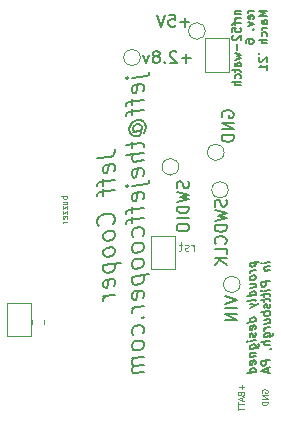
<source format=gbr>
%TF.GenerationSoftware,KiCad,Pcbnew,(5.99.0-8775-g06a515339c)*%
%TF.CreationDate,2021-03-27T00:10:39-04:00*%
%TF.ProjectId,mk2,6d6b322e-6b69-4636-9164-5f7063625858,rev?*%
%TF.SameCoordinates,Original*%
%TF.FileFunction,Legend,Bot*%
%TF.FilePolarity,Positive*%
%FSLAX46Y46*%
G04 Gerber Fmt 4.6, Leading zero omitted, Abs format (unit mm)*
G04 Created by KiCad (PCBNEW (5.99.0-8775-g06a515339c)) date 2021-03-27 00:10:39*
%MOMM*%
%LPD*%
G01*
G04 APERTURE LIST*
%ADD10C,0.200000*%
%ADD11C,0.175000*%
%ADD12C,0.150000*%
%ADD13C,0.125000*%
%ADD14C,0.187500*%
%ADD15C,0.100000*%
%ADD16C,0.120000*%
G04 APERTURE END LIST*
D10*
X19815071Y-25537491D02*
X20886500Y-25403562D01*
X21100785Y-25305348D01*
X21243642Y-25144633D01*
X21315071Y-24921419D01*
X21315071Y-24778562D01*
X21243642Y-26644633D02*
X21315071Y-26492848D01*
X21315071Y-26207133D01*
X21243642Y-26073205D01*
X21100785Y-26019633D01*
X20529357Y-26091062D01*
X20386500Y-26180348D01*
X20315071Y-26332133D01*
X20315071Y-26617848D01*
X20386500Y-26751776D01*
X20529357Y-26805348D01*
X20672214Y-26787491D01*
X20815071Y-26055348D01*
X20315071Y-27260705D02*
X20315071Y-27832133D01*
X21315071Y-27349991D02*
X20029357Y-27510705D01*
X19886500Y-27599991D01*
X19815071Y-27751776D01*
X19815071Y-27894633D01*
X20315071Y-28117848D02*
X20315071Y-28689276D01*
X21315071Y-28207133D02*
X20029357Y-28367848D01*
X19886500Y-28457133D01*
X19815071Y-28608919D01*
X19815071Y-28751776D01*
X21172214Y-31082133D02*
X21243642Y-31001776D01*
X21315071Y-30778562D01*
X21315071Y-30635705D01*
X21243642Y-30430348D01*
X21100785Y-30305348D01*
X20957928Y-30251776D01*
X20672214Y-30216062D01*
X20457928Y-30242848D01*
X20172214Y-30349991D01*
X20029357Y-30439276D01*
X19886500Y-30599991D01*
X19815071Y-30823205D01*
X19815071Y-30966062D01*
X19886500Y-31171419D01*
X19957928Y-31233919D01*
X21315071Y-31921419D02*
X21243642Y-31787491D01*
X21172214Y-31724991D01*
X21029357Y-31671419D01*
X20600785Y-31724991D01*
X20457928Y-31814276D01*
X20386500Y-31894633D01*
X20315071Y-32046419D01*
X20315071Y-32260705D01*
X20386500Y-32394633D01*
X20457928Y-32457133D01*
X20600785Y-32510705D01*
X21029357Y-32457133D01*
X21172214Y-32367848D01*
X21243642Y-32287491D01*
X21315071Y-32135705D01*
X21315071Y-31921419D01*
X21315071Y-33278562D02*
X21243642Y-33144633D01*
X21172214Y-33082133D01*
X21029357Y-33028562D01*
X20600785Y-33082133D01*
X20457928Y-33171419D01*
X20386500Y-33251776D01*
X20315071Y-33403562D01*
X20315071Y-33617848D01*
X20386500Y-33751776D01*
X20457928Y-33814276D01*
X20600785Y-33867848D01*
X21029357Y-33814276D01*
X21172214Y-33724991D01*
X21243642Y-33644633D01*
X21315071Y-33492848D01*
X21315071Y-33278562D01*
X20315071Y-34546419D02*
X21815071Y-34358919D01*
X20386500Y-34537491D02*
X20315071Y-34689276D01*
X20315071Y-34974991D01*
X20386500Y-35108919D01*
X20457928Y-35171419D01*
X20600785Y-35224991D01*
X21029357Y-35171419D01*
X21172214Y-35082133D01*
X21243642Y-35001776D01*
X21315071Y-34849991D01*
X21315071Y-34564276D01*
X21243642Y-34430348D01*
X21243642Y-36358919D02*
X21315071Y-36207133D01*
X21315071Y-35921419D01*
X21243642Y-35787491D01*
X21100785Y-35733919D01*
X20529357Y-35805348D01*
X20386500Y-35894633D01*
X20315071Y-36046419D01*
X20315071Y-36332133D01*
X20386500Y-36466062D01*
X20529357Y-36519633D01*
X20672214Y-36501776D01*
X20815071Y-35769633D01*
X21315071Y-37064276D02*
X20315071Y-37189276D01*
X20600785Y-37153562D02*
X20457928Y-37242848D01*
X20386500Y-37323205D01*
X20315071Y-37474991D01*
X20315071Y-37617848D01*
X22730071Y-18689276D02*
X24015785Y-18528562D01*
X24158642Y-18439276D01*
X24230071Y-18287491D01*
X24230071Y-18216062D01*
X22230071Y-18751776D02*
X22301500Y-18671419D01*
X22372928Y-18733919D01*
X22301500Y-18814276D01*
X22230071Y-18751776D01*
X22372928Y-18733919D01*
X23658642Y-19858919D02*
X23730071Y-19707133D01*
X23730071Y-19421419D01*
X23658642Y-19287491D01*
X23515785Y-19233919D01*
X22944357Y-19305348D01*
X22801500Y-19394633D01*
X22730071Y-19546419D01*
X22730071Y-19832133D01*
X22801500Y-19966062D01*
X22944357Y-20019633D01*
X23087214Y-20001776D01*
X23230071Y-19269633D01*
X22730071Y-20474991D02*
X22730071Y-21046419D01*
X23730071Y-20564276D02*
X22444357Y-20724991D01*
X22301500Y-20814276D01*
X22230071Y-20966062D01*
X22230071Y-21108919D01*
X22730071Y-21332133D02*
X22730071Y-21903562D01*
X23730071Y-21421419D02*
X22444357Y-21582133D01*
X22301500Y-21671419D01*
X22230071Y-21823205D01*
X22230071Y-21966062D01*
X23015785Y-23296419D02*
X22944357Y-23233919D01*
X22872928Y-23099991D01*
X22872928Y-22957133D01*
X22944357Y-22805348D01*
X23015785Y-22724991D01*
X23158642Y-22635705D01*
X23301500Y-22617848D01*
X23444357Y-22671419D01*
X23515785Y-22733919D01*
X23587214Y-22867848D01*
X23587214Y-23010705D01*
X23515785Y-23162491D01*
X23444357Y-23242848D01*
X22872928Y-23314276D02*
X23444357Y-23242848D01*
X23515785Y-23305348D01*
X23515785Y-23376776D01*
X23444357Y-23528562D01*
X23301500Y-23617848D01*
X22944357Y-23662491D01*
X22730071Y-23546419D01*
X22587214Y-23349991D01*
X22515785Y-23073205D01*
X22587214Y-22778562D01*
X22730071Y-22546419D01*
X22944357Y-22376776D01*
X23230071Y-22269633D01*
X23515785Y-22305348D01*
X23730071Y-22421419D01*
X23872928Y-22617848D01*
X23944357Y-22894633D01*
X23872928Y-23189276D01*
X23730071Y-23421419D01*
X22730071Y-24117848D02*
X22730071Y-24689276D01*
X22230071Y-24394633D02*
X23515785Y-24233919D01*
X23658642Y-24287491D01*
X23730071Y-24421419D01*
X23730071Y-24564276D01*
X23730071Y-25064276D02*
X22230071Y-25251776D01*
X23730071Y-25707133D02*
X22944357Y-25805348D01*
X22801500Y-25751776D01*
X22730071Y-25617848D01*
X22730071Y-25403562D01*
X22801500Y-25251776D01*
X22872928Y-25171419D01*
X23658642Y-27001776D02*
X23730071Y-26849991D01*
X23730071Y-26564276D01*
X23658642Y-26430348D01*
X23515785Y-26376776D01*
X22944357Y-26448205D01*
X22801500Y-26537491D01*
X22730071Y-26689276D01*
X22730071Y-26974991D01*
X22801500Y-27108919D01*
X22944357Y-27162491D01*
X23087214Y-27144633D01*
X23230071Y-26412491D01*
X22730071Y-27832133D02*
X24015785Y-27671419D01*
X24158642Y-27582133D01*
X24230071Y-27430348D01*
X24230071Y-27358919D01*
X22230071Y-27894633D02*
X22301500Y-27814276D01*
X22372928Y-27876776D01*
X22301500Y-27957133D01*
X22230071Y-27894633D01*
X22372928Y-27876776D01*
X23658642Y-29001776D02*
X23730071Y-28849991D01*
X23730071Y-28564276D01*
X23658642Y-28430348D01*
X23515785Y-28376776D01*
X22944357Y-28448205D01*
X22801500Y-28537491D01*
X22730071Y-28689276D01*
X22730071Y-28974991D01*
X22801500Y-29108919D01*
X22944357Y-29162491D01*
X23087214Y-29144633D01*
X23230071Y-28412491D01*
X22730071Y-29617848D02*
X22730071Y-30189276D01*
X23730071Y-29707133D02*
X22444357Y-29867848D01*
X22301500Y-29957133D01*
X22230071Y-30108919D01*
X22230071Y-30251776D01*
X22730071Y-30474991D02*
X22730071Y-31046419D01*
X23730071Y-30564276D02*
X22444357Y-30724991D01*
X22301500Y-30814276D01*
X22230071Y-30966062D01*
X22230071Y-31108919D01*
X23658642Y-32073205D02*
X23730071Y-31921419D01*
X23730071Y-31635705D01*
X23658642Y-31501776D01*
X23587214Y-31439276D01*
X23444357Y-31385705D01*
X23015785Y-31439276D01*
X22872928Y-31528562D01*
X22801500Y-31608919D01*
X22730071Y-31760705D01*
X22730071Y-32046419D01*
X22801500Y-32180348D01*
X23730071Y-32921419D02*
X23658642Y-32787491D01*
X23587214Y-32724991D01*
X23444357Y-32671419D01*
X23015785Y-32724991D01*
X22872928Y-32814276D01*
X22801500Y-32894633D01*
X22730071Y-33046419D01*
X22730071Y-33260705D01*
X22801500Y-33394633D01*
X22872928Y-33457133D01*
X23015785Y-33510705D01*
X23444357Y-33457133D01*
X23587214Y-33367848D01*
X23658642Y-33287491D01*
X23730071Y-33135705D01*
X23730071Y-32921419D01*
X23730071Y-34278562D02*
X23658642Y-34144633D01*
X23587214Y-34082133D01*
X23444357Y-34028562D01*
X23015785Y-34082133D01*
X22872928Y-34171419D01*
X22801500Y-34251776D01*
X22730071Y-34403562D01*
X22730071Y-34617848D01*
X22801500Y-34751776D01*
X22872928Y-34814276D01*
X23015785Y-34867848D01*
X23444357Y-34814276D01*
X23587214Y-34724991D01*
X23658642Y-34644633D01*
X23730071Y-34492848D01*
X23730071Y-34278562D01*
X22730071Y-35546419D02*
X24230071Y-35358919D01*
X22801500Y-35537491D02*
X22730071Y-35689276D01*
X22730071Y-35974991D01*
X22801500Y-36108919D01*
X22872928Y-36171419D01*
X23015785Y-36224991D01*
X23444357Y-36171419D01*
X23587214Y-36082133D01*
X23658642Y-36001776D01*
X23730071Y-35849991D01*
X23730071Y-35564276D01*
X23658642Y-35430348D01*
X23658642Y-37358919D02*
X23730071Y-37207133D01*
X23730071Y-36921419D01*
X23658642Y-36787491D01*
X23515785Y-36733919D01*
X22944357Y-36805348D01*
X22801500Y-36894633D01*
X22730071Y-37046419D01*
X22730071Y-37332133D01*
X22801500Y-37466062D01*
X22944357Y-37519633D01*
X23087214Y-37501776D01*
X23230071Y-36769633D01*
X23730071Y-38064276D02*
X22730071Y-38189276D01*
X23015785Y-38153562D02*
X22872928Y-38242848D01*
X22801500Y-38323205D01*
X22730071Y-38474991D01*
X22730071Y-38617848D01*
X23587214Y-39010705D02*
X23658642Y-39073205D01*
X23730071Y-38992848D01*
X23658642Y-38930348D01*
X23587214Y-39010705D01*
X23730071Y-38992848D01*
X23658642Y-40358919D02*
X23730071Y-40207133D01*
X23730071Y-39921419D01*
X23658642Y-39787491D01*
X23587214Y-39724991D01*
X23444357Y-39671419D01*
X23015785Y-39724991D01*
X22872928Y-39814276D01*
X22801500Y-39894633D01*
X22730071Y-40046419D01*
X22730071Y-40332133D01*
X22801500Y-40466062D01*
X23730071Y-41207133D02*
X23658642Y-41073205D01*
X23587214Y-41010705D01*
X23444357Y-40957133D01*
X23015785Y-41010705D01*
X22872928Y-41099991D01*
X22801500Y-41180348D01*
X22730071Y-41332133D01*
X22730071Y-41546419D01*
X22801500Y-41680348D01*
X22872928Y-41742848D01*
X23015785Y-41796419D01*
X23444357Y-41742848D01*
X23587214Y-41653562D01*
X23658642Y-41573205D01*
X23730071Y-41421419D01*
X23730071Y-41207133D01*
X23730071Y-42349991D02*
X22730071Y-42474991D01*
X22872928Y-42457133D02*
X22801500Y-42537491D01*
X22730071Y-42689276D01*
X22730071Y-42903562D01*
X22801500Y-43037491D01*
X22944357Y-43091062D01*
X23730071Y-42992848D01*
X22944357Y-43091062D02*
X22801500Y-43180348D01*
X22730071Y-43332133D01*
X22730071Y-43546419D01*
X22801500Y-43680348D01*
X22944357Y-43733919D01*
X23730071Y-43635705D01*
D11*
X31473000Y-13030416D02*
X31939666Y-13030416D01*
X31539666Y-13030416D02*
X31506333Y-13063750D01*
X31473000Y-13130416D01*
X31473000Y-13230416D01*
X31506333Y-13297083D01*
X31573000Y-13330416D01*
X31939666Y-13330416D01*
X31939666Y-13663750D02*
X31473000Y-13663750D01*
X31606333Y-13663750D02*
X31539666Y-13697083D01*
X31506333Y-13730416D01*
X31473000Y-13797083D01*
X31473000Y-13863750D01*
X31473000Y-13997083D02*
X31473000Y-14263750D01*
X31939666Y-14097083D02*
X31339666Y-14097083D01*
X31273000Y-14130416D01*
X31239666Y-14197083D01*
X31239666Y-14263750D01*
X31239666Y-14830416D02*
X31239666Y-14497083D01*
X31573000Y-14463750D01*
X31539666Y-14497083D01*
X31506333Y-14563750D01*
X31506333Y-14730416D01*
X31539666Y-14797083D01*
X31573000Y-14830416D01*
X31639666Y-14863750D01*
X31806333Y-14863750D01*
X31873000Y-14830416D01*
X31906333Y-14797083D01*
X31939666Y-14730416D01*
X31939666Y-14563750D01*
X31906333Y-14497083D01*
X31873000Y-14463750D01*
X31306333Y-15130416D02*
X31273000Y-15163750D01*
X31239666Y-15230416D01*
X31239666Y-15397083D01*
X31273000Y-15463750D01*
X31306333Y-15497083D01*
X31373000Y-15530416D01*
X31439666Y-15530416D01*
X31539666Y-15497083D01*
X31939666Y-15097083D01*
X31939666Y-15530416D01*
X31673000Y-15830416D02*
X31673000Y-16363750D01*
X31473000Y-16630416D02*
X31939666Y-16763750D01*
X31606333Y-16897083D01*
X31939666Y-17030416D01*
X31473000Y-17163750D01*
X31939666Y-17730416D02*
X31573000Y-17730416D01*
X31506333Y-17697083D01*
X31473000Y-17630416D01*
X31473000Y-17497083D01*
X31506333Y-17430416D01*
X31906333Y-17730416D02*
X31939666Y-17663750D01*
X31939666Y-17497083D01*
X31906333Y-17430416D01*
X31839666Y-17397083D01*
X31773000Y-17397083D01*
X31706333Y-17430416D01*
X31673000Y-17497083D01*
X31673000Y-17663750D01*
X31639666Y-17730416D01*
X31473000Y-17963750D02*
X31473000Y-18230416D01*
X31239666Y-18063750D02*
X31839666Y-18063750D01*
X31906333Y-18097083D01*
X31939666Y-18163750D01*
X31939666Y-18230416D01*
X31906333Y-18763750D02*
X31939666Y-18697083D01*
X31939666Y-18563750D01*
X31906333Y-18497083D01*
X31873000Y-18463750D01*
X31806333Y-18430416D01*
X31606333Y-18430416D01*
X31539666Y-18463750D01*
X31506333Y-18497083D01*
X31473000Y-18563750D01*
X31473000Y-18697083D01*
X31506333Y-18763750D01*
X31939666Y-19063750D02*
X31239666Y-19063750D01*
X31939666Y-19363750D02*
X31573000Y-19363750D01*
X31506333Y-19330416D01*
X31473000Y-19263750D01*
X31473000Y-19163750D01*
X31506333Y-19097083D01*
X31539666Y-19063750D01*
X33066666Y-13030416D02*
X32600000Y-13030416D01*
X32733333Y-13030416D02*
X32666666Y-13063750D01*
X32633333Y-13097083D01*
X32600000Y-13163750D01*
X32600000Y-13230416D01*
X33033333Y-13730416D02*
X33066666Y-13663750D01*
X33066666Y-13530416D01*
X33033333Y-13463750D01*
X32966666Y-13430416D01*
X32700000Y-13430416D01*
X32633333Y-13463750D01*
X32600000Y-13530416D01*
X32600000Y-13663750D01*
X32633333Y-13730416D01*
X32700000Y-13763750D01*
X32766666Y-13763750D01*
X32833333Y-13430416D01*
X32600000Y-13997083D02*
X33066666Y-14163750D01*
X32600000Y-14330416D01*
X33000000Y-14597083D02*
X33033333Y-14630416D01*
X33066666Y-14597083D01*
X33033333Y-14563750D01*
X33000000Y-14597083D01*
X33066666Y-14597083D01*
X32366666Y-15763750D02*
X32366666Y-15630416D01*
X32400000Y-15563750D01*
X32433333Y-15530416D01*
X32533333Y-15463750D01*
X32666666Y-15430416D01*
X32933333Y-15430416D01*
X33000000Y-15463750D01*
X33033333Y-15497083D01*
X33066666Y-15563750D01*
X33066666Y-15697083D01*
X33033333Y-15763750D01*
X33000000Y-15797083D01*
X32933333Y-15830416D01*
X32766666Y-15830416D01*
X32700000Y-15797083D01*
X32666666Y-15763750D01*
X32633333Y-15697083D01*
X32633333Y-15563750D01*
X32666666Y-15497083D01*
X32700000Y-15463750D01*
X32766666Y-15430416D01*
X34193666Y-13030416D02*
X33493666Y-13030416D01*
X33993666Y-13263750D01*
X33493666Y-13497083D01*
X34193666Y-13497083D01*
X34193666Y-14130416D02*
X33827000Y-14130416D01*
X33760333Y-14097083D01*
X33727000Y-14030416D01*
X33727000Y-13897083D01*
X33760333Y-13830416D01*
X34160333Y-14130416D02*
X34193666Y-14063750D01*
X34193666Y-13897083D01*
X34160333Y-13830416D01*
X34093666Y-13797083D01*
X34027000Y-13797083D01*
X33960333Y-13830416D01*
X33927000Y-13897083D01*
X33927000Y-14063750D01*
X33893666Y-14130416D01*
X34193666Y-14463750D02*
X33727000Y-14463750D01*
X33860333Y-14463750D02*
X33793666Y-14497083D01*
X33760333Y-14530416D01*
X33727000Y-14597083D01*
X33727000Y-14663750D01*
X34160333Y-15197083D02*
X34193666Y-15130416D01*
X34193666Y-14997083D01*
X34160333Y-14930416D01*
X34127000Y-14897083D01*
X34060333Y-14863750D01*
X33860333Y-14863750D01*
X33793666Y-14897083D01*
X33760333Y-14930416D01*
X33727000Y-14997083D01*
X33727000Y-15130416D01*
X33760333Y-15197083D01*
X34193666Y-15497083D02*
X33493666Y-15497083D01*
X34193666Y-15797083D02*
X33827000Y-15797083D01*
X33760333Y-15763750D01*
X33727000Y-15697083D01*
X33727000Y-15597083D01*
X33760333Y-15530416D01*
X33793666Y-15497083D01*
X33493666Y-16697083D02*
X33627000Y-16630416D01*
X33560333Y-16963750D02*
X33527000Y-16997083D01*
X33493666Y-17063750D01*
X33493666Y-17230416D01*
X33527000Y-17297083D01*
X33560333Y-17330416D01*
X33627000Y-17363750D01*
X33693666Y-17363750D01*
X33793666Y-17330416D01*
X34193666Y-16930416D01*
X34193666Y-17363750D01*
X34193666Y-18030416D02*
X34193666Y-17630416D01*
X34193666Y-17830416D02*
X33493666Y-17830416D01*
X33593666Y-17763750D01*
X33660333Y-17697083D01*
X33693666Y-17630416D01*
D12*
X27702380Y-17071428D02*
X26940476Y-17071428D01*
X27321428Y-17452380D02*
X27321428Y-16690476D01*
X26511904Y-16547619D02*
X26464285Y-16500000D01*
X26369047Y-16452380D01*
X26130952Y-16452380D01*
X26035714Y-16500000D01*
X25988095Y-16547619D01*
X25940476Y-16642857D01*
X25940476Y-16738095D01*
X25988095Y-16880952D01*
X26559523Y-17452380D01*
X25940476Y-17452380D01*
X25511904Y-17357142D02*
X25464285Y-17404761D01*
X25511904Y-17452380D01*
X25559523Y-17404761D01*
X25511904Y-17357142D01*
X25511904Y-17452380D01*
X24892857Y-16880952D02*
X24988095Y-16833333D01*
X25035714Y-16785714D01*
X25083333Y-16690476D01*
X25083333Y-16642857D01*
X25035714Y-16547619D01*
X24988095Y-16500000D01*
X24892857Y-16452380D01*
X24702380Y-16452380D01*
X24607142Y-16500000D01*
X24559523Y-16547619D01*
X24511904Y-16642857D01*
X24511904Y-16690476D01*
X24559523Y-16785714D01*
X24607142Y-16833333D01*
X24702380Y-16880952D01*
X24892857Y-16880952D01*
X24988095Y-16928571D01*
X25035714Y-16976190D01*
X25083333Y-17071428D01*
X25083333Y-17261904D01*
X25035714Y-17357142D01*
X24988095Y-17404761D01*
X24892857Y-17452380D01*
X24702380Y-17452380D01*
X24607142Y-17404761D01*
X24559523Y-17357142D01*
X24511904Y-17261904D01*
X24511904Y-17071428D01*
X24559523Y-16976190D01*
X24607142Y-16928571D01*
X24702380Y-16880952D01*
X24178571Y-16785714D02*
X23940476Y-17452380D01*
X23702380Y-16785714D01*
X27600114Y-13990628D02*
X26838209Y-13990628D01*
X27219161Y-14371580D02*
X27219161Y-13609676D01*
X25885828Y-13371580D02*
X26362019Y-13371580D01*
X26409638Y-13847771D01*
X26362019Y-13800152D01*
X26266780Y-13752533D01*
X26028685Y-13752533D01*
X25933447Y-13800152D01*
X25885828Y-13847771D01*
X25838209Y-13943009D01*
X25838209Y-14181104D01*
X25885828Y-14276342D01*
X25933447Y-14323961D01*
X26028685Y-14371580D01*
X26266780Y-14371580D01*
X26362019Y-14323961D01*
X26409638Y-14276342D01*
X25552495Y-13371580D02*
X25219161Y-14371580D01*
X24885828Y-13371580D01*
D13*
X17244190Y-28737857D02*
X16744190Y-28737857D01*
X16934666Y-28737857D02*
X16910857Y-28785476D01*
X16910857Y-28880714D01*
X16934666Y-28928333D01*
X16958476Y-28952142D01*
X17006095Y-28975952D01*
X17148952Y-28975952D01*
X17196571Y-28952142D01*
X17220380Y-28928333D01*
X17244190Y-28880714D01*
X17244190Y-28785476D01*
X17220380Y-28737857D01*
X16910857Y-29404523D02*
X17244190Y-29404523D01*
X16910857Y-29190238D02*
X17172761Y-29190238D01*
X17220380Y-29214047D01*
X17244190Y-29261666D01*
X17244190Y-29333095D01*
X17220380Y-29380714D01*
X17196571Y-29404523D01*
X16910857Y-29595000D02*
X16910857Y-29856904D01*
X17244190Y-29595000D01*
X17244190Y-29856904D01*
X16910857Y-29999761D02*
X16910857Y-30261666D01*
X17244190Y-29999761D01*
X17244190Y-30261666D01*
X17220380Y-30642619D02*
X17244190Y-30595000D01*
X17244190Y-30499761D01*
X17220380Y-30452142D01*
X17172761Y-30428333D01*
X16982285Y-30428333D01*
X16934666Y-30452142D01*
X16910857Y-30499761D01*
X16910857Y-30595000D01*
X16934666Y-30642619D01*
X16982285Y-30666428D01*
X17029904Y-30666428D01*
X17077523Y-30428333D01*
X17244190Y-30880714D02*
X16910857Y-30880714D01*
X17006095Y-30880714D02*
X16958476Y-30904523D01*
X16934666Y-30928333D01*
X16910857Y-30975952D01*
X16910857Y-31023571D01*
D12*
X30652380Y-37204761D02*
X31652380Y-37538095D01*
X30652380Y-37871428D01*
X31652380Y-38204761D02*
X30652380Y-38204761D01*
X31652380Y-38680952D02*
X30652380Y-38680952D01*
X31652380Y-39252380D01*
X30652380Y-39252380D01*
X30400000Y-22038095D02*
X30352380Y-21942857D01*
X30352380Y-21800000D01*
X30400000Y-21657142D01*
X30495238Y-21561904D01*
X30590476Y-21514285D01*
X30780952Y-21466666D01*
X30923809Y-21466666D01*
X31114285Y-21514285D01*
X31209523Y-21561904D01*
X31304761Y-21657142D01*
X31352380Y-21800000D01*
X31352380Y-21895238D01*
X31304761Y-22038095D01*
X31257142Y-22085714D01*
X30923809Y-22085714D01*
X30923809Y-21895238D01*
X31352380Y-22514285D02*
X30352380Y-22514285D01*
X31352380Y-23085714D01*
X30352380Y-23085714D01*
X31352380Y-23561904D02*
X30352380Y-23561904D01*
X30352380Y-23800000D01*
X30400000Y-23942857D01*
X30495238Y-24038095D01*
X30590476Y-24085714D01*
X30780952Y-24133333D01*
X30923809Y-24133333D01*
X31114285Y-24085714D01*
X31209523Y-24038095D01*
X31304761Y-23942857D01*
X31352380Y-23800000D01*
X31352380Y-23561904D01*
D14*
X32735535Y-34367410D02*
X33485535Y-34273660D01*
X32771250Y-34362946D02*
X32735535Y-34438839D01*
X32735535Y-34581696D01*
X32771250Y-34648660D01*
X32806964Y-34679910D01*
X32878392Y-34706696D01*
X33092678Y-34679910D01*
X33164107Y-34635267D01*
X33199821Y-34595089D01*
X33235535Y-34519196D01*
X33235535Y-34376339D01*
X33199821Y-34309375D01*
X33235535Y-34983482D02*
X32735535Y-35045982D01*
X32878392Y-35028125D02*
X32806964Y-35072767D01*
X32771250Y-35112946D01*
X32735535Y-35188839D01*
X32735535Y-35260267D01*
X33235535Y-35554910D02*
X33199821Y-35487946D01*
X33164107Y-35456696D01*
X33092678Y-35429910D01*
X32878392Y-35456696D01*
X32806964Y-35501339D01*
X32771250Y-35541517D01*
X32735535Y-35617410D01*
X32735535Y-35724553D01*
X32771250Y-35791517D01*
X32806964Y-35822767D01*
X32878392Y-35849553D01*
X33092678Y-35822767D01*
X33164107Y-35778125D01*
X33199821Y-35737946D01*
X33235535Y-35662053D01*
X33235535Y-35554910D01*
X32735535Y-36510267D02*
X33235535Y-36447767D01*
X32735535Y-36188839D02*
X33128392Y-36139732D01*
X33199821Y-36166517D01*
X33235535Y-36233482D01*
X33235535Y-36340625D01*
X33199821Y-36416517D01*
X33164107Y-36456696D01*
X33235535Y-37126339D02*
X32485535Y-37220089D01*
X33199821Y-37130803D02*
X33235535Y-37054910D01*
X33235535Y-36912053D01*
X33199821Y-36845089D01*
X33164107Y-36813839D01*
X33092678Y-36787053D01*
X32878392Y-36813839D01*
X32806964Y-36858482D01*
X32771250Y-36898660D01*
X32735535Y-36974553D01*
X32735535Y-37117410D01*
X32771250Y-37184375D01*
X33235535Y-37590625D02*
X33199821Y-37523660D01*
X33128392Y-37496875D01*
X32485535Y-37577232D01*
X32735535Y-37867410D02*
X33235535Y-37983482D01*
X32735535Y-38224553D02*
X33235535Y-37983482D01*
X33414107Y-37889732D01*
X33449821Y-37849553D01*
X33485535Y-37773660D01*
X33235535Y-39340625D02*
X32485535Y-39434375D01*
X33199821Y-39345089D02*
X33235535Y-39269196D01*
X33235535Y-39126339D01*
X33199821Y-39059375D01*
X33164107Y-39028125D01*
X33092678Y-39001339D01*
X32878392Y-39028125D01*
X32806964Y-39072767D01*
X32771250Y-39112946D01*
X32735535Y-39188839D01*
X32735535Y-39331696D01*
X32771250Y-39398660D01*
X33199821Y-39987946D02*
X33235535Y-39912053D01*
X33235535Y-39769196D01*
X33199821Y-39702232D01*
X33128392Y-39675446D01*
X32842678Y-39711160D01*
X32771250Y-39755803D01*
X32735535Y-39831696D01*
X32735535Y-39974553D01*
X32771250Y-40041517D01*
X32842678Y-40068303D01*
X32914107Y-40059375D01*
X32985535Y-39693303D01*
X33199821Y-40309375D02*
X33235535Y-40376339D01*
X33235535Y-40519196D01*
X33199821Y-40595089D01*
X33128392Y-40639732D01*
X33092678Y-40644196D01*
X33021250Y-40617410D01*
X32985535Y-40550446D01*
X32985535Y-40443303D01*
X32949821Y-40376339D01*
X32878392Y-40349553D01*
X32842678Y-40354017D01*
X32771250Y-40398660D01*
X32735535Y-40474553D01*
X32735535Y-40581696D01*
X32771250Y-40648660D01*
X33235535Y-40947767D02*
X32735535Y-41010267D01*
X32485535Y-41041517D02*
X32521250Y-41001339D01*
X32556964Y-41032589D01*
X32521250Y-41072767D01*
X32485535Y-41041517D01*
X32556964Y-41032589D01*
X32735535Y-41688839D02*
X33342678Y-41612946D01*
X33414107Y-41568303D01*
X33449821Y-41528125D01*
X33485535Y-41452232D01*
X33485535Y-41345089D01*
X33449821Y-41278125D01*
X33199821Y-41630803D02*
X33235535Y-41554910D01*
X33235535Y-41412053D01*
X33199821Y-41345089D01*
X33164107Y-41313839D01*
X33092678Y-41287053D01*
X32878392Y-41313839D01*
X32806964Y-41358482D01*
X32771250Y-41398660D01*
X32735535Y-41474553D01*
X32735535Y-41617410D01*
X32771250Y-41684375D01*
X32735535Y-42045982D02*
X33235535Y-41983482D01*
X32806964Y-42037053D02*
X32771250Y-42077232D01*
X32735535Y-42153125D01*
X32735535Y-42260267D01*
X32771250Y-42327232D01*
X32842678Y-42354017D01*
X33235535Y-42304910D01*
X33199821Y-42952232D02*
X33235535Y-42876339D01*
X33235535Y-42733482D01*
X33199821Y-42666517D01*
X33128392Y-42639732D01*
X32842678Y-42675446D01*
X32771250Y-42720089D01*
X32735535Y-42795982D01*
X32735535Y-42938839D01*
X32771250Y-43005803D01*
X32842678Y-43032589D01*
X32914107Y-43023660D01*
X32985535Y-42657589D01*
X33235535Y-43626339D02*
X32485535Y-43720089D01*
X33199821Y-43630803D02*
X33235535Y-43554910D01*
X33235535Y-43412053D01*
X33199821Y-43345089D01*
X33164107Y-43313839D01*
X33092678Y-43287053D01*
X32878392Y-43313839D01*
X32806964Y-43358482D01*
X32771250Y-43398660D01*
X32735535Y-43474553D01*
X32735535Y-43617410D01*
X32771250Y-43684375D01*
X34443035Y-34304910D02*
X33943035Y-34367410D01*
X33693035Y-34398660D02*
X33728750Y-34358482D01*
X33764464Y-34389732D01*
X33728750Y-34429910D01*
X33693035Y-34398660D01*
X33764464Y-34389732D01*
X33943035Y-34724553D02*
X34443035Y-34662053D01*
X34014464Y-34715625D02*
X33978750Y-34755803D01*
X33943035Y-34831696D01*
X33943035Y-34938839D01*
X33978750Y-35005803D01*
X34050178Y-35032589D01*
X34443035Y-34983482D01*
X34443035Y-35912053D02*
X33693035Y-36005803D01*
X33693035Y-36291517D01*
X33728750Y-36358482D01*
X33764464Y-36389732D01*
X33835892Y-36416517D01*
X33943035Y-36403125D01*
X34014464Y-36358482D01*
X34050178Y-36318303D01*
X34085892Y-36242410D01*
X34085892Y-35956696D01*
X34443035Y-36662053D02*
X33943035Y-36724553D01*
X33693035Y-36755803D02*
X33728750Y-36715625D01*
X33764464Y-36746875D01*
X33728750Y-36787053D01*
X33693035Y-36755803D01*
X33764464Y-36746875D01*
X33943035Y-36974553D02*
X33943035Y-37260267D01*
X33693035Y-37112946D02*
X34335892Y-37032589D01*
X34407321Y-37059375D01*
X34443035Y-37126339D01*
X34443035Y-37197767D01*
X33943035Y-37403125D02*
X33943035Y-37688839D01*
X33693035Y-37541517D02*
X34335892Y-37461160D01*
X34407321Y-37487946D01*
X34443035Y-37554910D01*
X34443035Y-37626339D01*
X34407321Y-37845089D02*
X34443035Y-37912053D01*
X34443035Y-38054910D01*
X34407321Y-38130803D01*
X34335892Y-38175446D01*
X34300178Y-38179910D01*
X34228750Y-38153125D01*
X34193035Y-38086160D01*
X34193035Y-37979017D01*
X34157321Y-37912053D01*
X34085892Y-37885267D01*
X34050178Y-37889732D01*
X33978750Y-37934375D01*
X33943035Y-38010267D01*
X33943035Y-38117410D01*
X33978750Y-38184375D01*
X34443035Y-38483482D02*
X33693035Y-38577232D01*
X33978750Y-38541517D02*
X33943035Y-38617410D01*
X33943035Y-38760267D01*
X33978750Y-38827232D01*
X34014464Y-38858482D01*
X34085892Y-38885267D01*
X34300178Y-38858482D01*
X34371607Y-38813839D01*
X34407321Y-38773660D01*
X34443035Y-38697767D01*
X34443035Y-38554910D01*
X34407321Y-38487946D01*
X33943035Y-39545982D02*
X34443035Y-39483482D01*
X33943035Y-39224553D02*
X34335892Y-39175446D01*
X34407321Y-39202232D01*
X34443035Y-39269196D01*
X34443035Y-39376339D01*
X34407321Y-39452232D01*
X34371607Y-39492410D01*
X34443035Y-39840625D02*
X33943035Y-39903125D01*
X34085892Y-39885267D02*
X34014464Y-39929910D01*
X33978750Y-39970089D01*
X33943035Y-40045982D01*
X33943035Y-40117410D01*
X33943035Y-40688839D02*
X34550178Y-40612946D01*
X34621607Y-40568303D01*
X34657321Y-40528125D01*
X34693035Y-40452232D01*
X34693035Y-40345089D01*
X34657321Y-40278125D01*
X34407321Y-40630803D02*
X34443035Y-40554910D01*
X34443035Y-40412053D01*
X34407321Y-40345089D01*
X34371607Y-40313839D01*
X34300178Y-40287053D01*
X34085892Y-40313839D01*
X34014464Y-40358482D01*
X33978750Y-40398660D01*
X33943035Y-40474553D01*
X33943035Y-40617410D01*
X33978750Y-40684375D01*
X34443035Y-40983482D02*
X33693035Y-41077232D01*
X34443035Y-41304910D02*
X34050178Y-41354017D01*
X33978750Y-41327232D01*
X33943035Y-41260267D01*
X33943035Y-41153125D01*
X33978750Y-41077232D01*
X34014464Y-41037053D01*
X34407321Y-41702232D02*
X34443035Y-41697767D01*
X34514464Y-41653125D01*
X34550178Y-41612946D01*
X34443035Y-42590625D02*
X33693035Y-42684375D01*
X33693035Y-42970089D01*
X33728750Y-43037053D01*
X33764464Y-43068303D01*
X33835892Y-43095089D01*
X33943035Y-43081696D01*
X34014464Y-43037053D01*
X34050178Y-42996875D01*
X34085892Y-42920982D01*
X34085892Y-42635267D01*
X34228750Y-43331696D02*
X34228750Y-43688839D01*
X34443035Y-43233482D02*
X33693035Y-43577232D01*
X34443035Y-43733482D01*
D13*
X32035714Y-44714285D02*
X32035714Y-45095238D01*
X32226190Y-44904761D02*
X31845238Y-44904761D01*
X31964285Y-45500000D02*
X31988095Y-45571428D01*
X32011904Y-45595238D01*
X32059523Y-45619047D01*
X32130952Y-45619047D01*
X32178571Y-45595238D01*
X32202380Y-45571428D01*
X32226190Y-45523809D01*
X32226190Y-45333333D01*
X31726190Y-45333333D01*
X31726190Y-45500000D01*
X31750000Y-45547619D01*
X31773809Y-45571428D01*
X31821428Y-45595238D01*
X31869047Y-45595238D01*
X31916666Y-45571428D01*
X31940476Y-45547619D01*
X31964285Y-45500000D01*
X31964285Y-45333333D01*
X32083333Y-45809523D02*
X32083333Y-46047619D01*
X32226190Y-45761904D02*
X31726190Y-45928571D01*
X32226190Y-46095238D01*
X31726190Y-46190476D02*
X31726190Y-46476190D01*
X32226190Y-46333333D02*
X31726190Y-46333333D01*
X31726190Y-46571428D02*
X31726190Y-46857142D01*
X32226190Y-46714285D02*
X31726190Y-46714285D01*
D12*
X30704761Y-29038095D02*
X30752380Y-29180952D01*
X30752380Y-29419047D01*
X30704761Y-29514285D01*
X30657142Y-29561904D01*
X30561904Y-29609523D01*
X30466666Y-29609523D01*
X30371428Y-29561904D01*
X30323809Y-29514285D01*
X30276190Y-29419047D01*
X30228571Y-29228571D01*
X30180952Y-29133333D01*
X30133333Y-29085714D01*
X30038095Y-29038095D01*
X29942857Y-29038095D01*
X29847619Y-29085714D01*
X29800000Y-29133333D01*
X29752380Y-29228571D01*
X29752380Y-29466666D01*
X29800000Y-29609523D01*
X29752380Y-29942857D02*
X30752380Y-30180952D01*
X30038095Y-30371428D01*
X30752380Y-30561904D01*
X29752380Y-30800000D01*
X30752380Y-31180952D02*
X29752380Y-31180952D01*
X29752380Y-31419047D01*
X29800000Y-31561904D01*
X29895238Y-31657142D01*
X29990476Y-31704761D01*
X30180952Y-31752380D01*
X30323809Y-31752380D01*
X30514285Y-31704761D01*
X30609523Y-31657142D01*
X30704761Y-31561904D01*
X30752380Y-31419047D01*
X30752380Y-31180952D01*
X30657142Y-32752380D02*
X30704761Y-32704761D01*
X30752380Y-32561904D01*
X30752380Y-32466666D01*
X30704761Y-32323809D01*
X30609523Y-32228571D01*
X30514285Y-32180952D01*
X30323809Y-32133333D01*
X30180952Y-32133333D01*
X29990476Y-32180952D01*
X29895238Y-32228571D01*
X29800000Y-32323809D01*
X29752380Y-32466666D01*
X29752380Y-32561904D01*
X29800000Y-32704761D01*
X29847619Y-32752380D01*
X30752380Y-33657142D02*
X30752380Y-33180952D01*
X29752380Y-33180952D01*
X30752380Y-33990476D02*
X29752380Y-33990476D01*
X30752380Y-34561904D02*
X30180952Y-34133333D01*
X29752380Y-34561904D02*
X30323809Y-33990476D01*
X27504761Y-27480952D02*
X27552380Y-27623809D01*
X27552380Y-27861904D01*
X27504761Y-27957142D01*
X27457142Y-28004761D01*
X27361904Y-28052380D01*
X27266666Y-28052380D01*
X27171428Y-28004761D01*
X27123809Y-27957142D01*
X27076190Y-27861904D01*
X27028571Y-27671428D01*
X26980952Y-27576190D01*
X26933333Y-27528571D01*
X26838095Y-27480952D01*
X26742857Y-27480952D01*
X26647619Y-27528571D01*
X26600000Y-27576190D01*
X26552380Y-27671428D01*
X26552380Y-27909523D01*
X26600000Y-28052380D01*
X26552380Y-28385714D02*
X27552380Y-28623809D01*
X26838095Y-28814285D01*
X27552380Y-29004761D01*
X26552380Y-29242857D01*
X27552380Y-29623809D02*
X26552380Y-29623809D01*
X26552380Y-29861904D01*
X26600000Y-30004761D01*
X26695238Y-30100000D01*
X26790476Y-30147619D01*
X26980952Y-30195238D01*
X27123809Y-30195238D01*
X27314285Y-30147619D01*
X27409523Y-30100000D01*
X27504761Y-30004761D01*
X27552380Y-29861904D01*
X27552380Y-29623809D01*
X27552380Y-30623809D02*
X26552380Y-30623809D01*
X26552380Y-31290476D02*
X26552380Y-31480952D01*
X26600000Y-31576190D01*
X26695238Y-31671428D01*
X26885714Y-31719047D01*
X27219047Y-31719047D01*
X27409523Y-31671428D01*
X27504761Y-31576190D01*
X27552380Y-31480952D01*
X27552380Y-31290476D01*
X27504761Y-31195238D01*
X27409523Y-31100000D01*
X27219047Y-31052380D01*
X26885714Y-31052380D01*
X26695238Y-31100000D01*
X26600000Y-31195238D01*
X26552380Y-31290476D01*
D15*
X27971428Y-33339285D02*
X27971428Y-32839285D01*
X27971428Y-32982142D02*
X27935714Y-32910714D01*
X27900000Y-32875000D01*
X27828571Y-32839285D01*
X27757142Y-32839285D01*
X27542857Y-33303571D02*
X27471428Y-33339285D01*
X27328571Y-33339285D01*
X27257142Y-33303571D01*
X27221428Y-33232142D01*
X27221428Y-33196428D01*
X27257142Y-33125000D01*
X27328571Y-33089285D01*
X27435714Y-33089285D01*
X27507142Y-33053571D01*
X27542857Y-32982142D01*
X27542857Y-32946428D01*
X27507142Y-32875000D01*
X27435714Y-32839285D01*
X27328571Y-32839285D01*
X27257142Y-32875000D01*
X27007142Y-32839285D02*
X26721428Y-32839285D01*
X26900000Y-32589285D02*
X26900000Y-33232142D01*
X26864285Y-33303571D01*
X26792857Y-33339285D01*
X26721428Y-33339285D01*
D13*
X33750000Y-45369047D02*
X33726190Y-45321428D01*
X33726190Y-45250000D01*
X33750000Y-45178571D01*
X33797619Y-45130952D01*
X33845238Y-45107142D01*
X33940476Y-45083333D01*
X34011904Y-45083333D01*
X34107142Y-45107142D01*
X34154761Y-45130952D01*
X34202380Y-45178571D01*
X34226190Y-45250000D01*
X34226190Y-45297619D01*
X34202380Y-45369047D01*
X34178571Y-45392857D01*
X34011904Y-45392857D01*
X34011904Y-45297619D01*
X34226190Y-45607142D02*
X33726190Y-45607142D01*
X34226190Y-45892857D01*
X33726190Y-45892857D01*
X34226190Y-46130952D02*
X33726190Y-46130952D01*
X33726190Y-46250000D01*
X33750000Y-46321428D01*
X33797619Y-46369047D01*
X33845238Y-46392857D01*
X33940476Y-46416666D01*
X34011904Y-46416666D01*
X34107142Y-46392857D01*
X34154761Y-46369047D01*
X34202380Y-46321428D01*
X34226190Y-46250000D01*
X34226190Y-46130952D01*
D16*
%TO.C,R1*%
X15310000Y-39562779D02*
X15310000Y-39237221D01*
X14290000Y-39562779D02*
X14290000Y-39237221D01*
%TO.C,TP5*%
X31900000Y-36200000D02*
G75*
G03*
X31900000Y-36200000I-700000J0D01*
G01*
%TO.C,TP1*%
X30545000Y-25019000D02*
G75*
G03*
X30545000Y-25019000I-700000J0D01*
G01*
%TO.C,TP3*%
X23450000Y-17000000D02*
G75*
G03*
X23450000Y-17000000I-700000J0D01*
G01*
%TO.C,TP6*%
X28950000Y-14750000D02*
G75*
G03*
X28950000Y-14750000I-700000J0D01*
G01*
%TO.C,JP3*%
X14200000Y-40600000D02*
X14200000Y-37800000D01*
X12200000Y-37800000D02*
X12200000Y-40600000D01*
X14200000Y-37800000D02*
X12200000Y-37800000D01*
X12200000Y-40600000D02*
X14200000Y-40600000D01*
%TO.C,TP4*%
X26700000Y-26250000D02*
G75*
G03*
X26700000Y-26250000I-700000J0D01*
G01*
%TO.C,JP2*%
X26400000Y-34928000D02*
X26400000Y-32128000D01*
X26400000Y-32128000D02*
X24400000Y-32128000D01*
X24400000Y-34928000D02*
X26400000Y-34928000D01*
X24400000Y-32128000D02*
X24400000Y-34928000D01*
%TO.C,TP2*%
X30900000Y-28200000D02*
G75*
G03*
X30900000Y-28200000I-700000J0D01*
G01*
%TO.C,JP1*%
X30972000Y-15379000D02*
X28972000Y-15379000D01*
X30972000Y-18179000D02*
X30972000Y-15379000D01*
X28972000Y-18179000D02*
X30972000Y-18179000D01*
X28972000Y-15379000D02*
X28972000Y-18179000D01*
%TD*%
M02*

</source>
